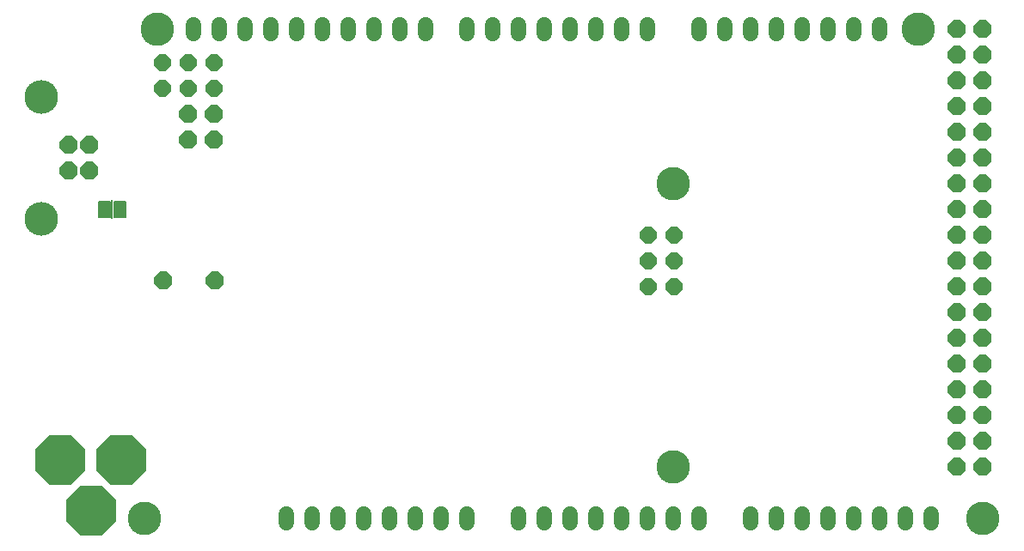
<source format=gbs>
G75*
G70*
%OFA0B0*%
%FSLAX24Y24*%
%IPPOS*%
%LPD*%
%AMOC8*
5,1,8,0,0,1.08239X$1,22.5*
%
%ADD10C,0.1300*%
%ADD11OC8,0.0650*%
%ADD12C,0.0600*%
%ADD13OC8,0.1940*%
%ADD14C,0.0867*%
%ADD15OC8,0.0700*%
%ADD16C,0.1306*%
%ADD17C,0.0050*%
%ADD18R,0.0060X0.0720*%
D10*
X013680Y001550D03*
X034180Y003550D03*
X046180Y001550D03*
X034180Y014550D03*
X043680Y020550D03*
X014180Y020550D03*
D11*
X014380Y019250D03*
X015380Y019250D03*
X016380Y019250D03*
X016380Y018250D03*
X015380Y018250D03*
X014380Y018250D03*
X033230Y012550D03*
X034230Y012550D03*
X034230Y011550D03*
X033230Y011550D03*
X033230Y010550D03*
X034230Y010550D03*
D12*
X034180Y001718D02*
X034180Y001382D01*
X035180Y001382D02*
X035180Y001718D01*
X037180Y001718D02*
X037180Y001382D01*
X038180Y001382D02*
X038180Y001718D01*
X039180Y001718D02*
X039180Y001382D01*
X040180Y001382D02*
X040180Y001718D01*
X041180Y001718D02*
X041180Y001382D01*
X042180Y001382D02*
X042180Y001718D01*
X043180Y001718D02*
X043180Y001382D01*
X044180Y001382D02*
X044180Y001718D01*
X033180Y001718D02*
X033180Y001382D01*
X032180Y001382D02*
X032180Y001718D01*
X031180Y001718D02*
X031180Y001382D01*
X030180Y001382D02*
X030180Y001718D01*
X029180Y001718D02*
X029180Y001382D01*
X028180Y001382D02*
X028180Y001718D01*
X026180Y001718D02*
X026180Y001382D01*
X025180Y001382D02*
X025180Y001718D01*
X024180Y001718D02*
X024180Y001382D01*
X023180Y001382D02*
X023180Y001718D01*
X022180Y001718D02*
X022180Y001382D01*
X021180Y001382D02*
X021180Y001718D01*
X020180Y001718D02*
X020180Y001382D01*
X019180Y001382D02*
X019180Y001718D01*
X019580Y020382D02*
X019580Y020718D01*
X020580Y020718D02*
X020580Y020382D01*
X021580Y020382D02*
X021580Y020718D01*
X022580Y020718D02*
X022580Y020382D01*
X023580Y020382D02*
X023580Y020718D01*
X024580Y020718D02*
X024580Y020382D01*
X026180Y020382D02*
X026180Y020718D01*
X027180Y020718D02*
X027180Y020382D01*
X028180Y020382D02*
X028180Y020718D01*
X029180Y020718D02*
X029180Y020382D01*
X030180Y020382D02*
X030180Y020718D01*
X031180Y020718D02*
X031180Y020382D01*
X032180Y020382D02*
X032180Y020718D01*
X033180Y020718D02*
X033180Y020382D01*
X035180Y020382D02*
X035180Y020718D01*
X036180Y020718D02*
X036180Y020382D01*
X037180Y020382D02*
X037180Y020718D01*
X038180Y020718D02*
X038180Y020382D01*
X039180Y020382D02*
X039180Y020718D01*
X040180Y020718D02*
X040180Y020382D01*
X041180Y020382D02*
X041180Y020718D01*
X042180Y020718D02*
X042180Y020382D01*
X018580Y020382D02*
X018580Y020718D01*
X017580Y020718D02*
X017580Y020382D01*
X016580Y020382D02*
X016580Y020718D01*
X015580Y020718D02*
X015580Y020382D01*
D13*
X012780Y003820D03*
X010420Y003820D03*
X011600Y001850D03*
D14*
X010420Y003520D03*
X010420Y004120D03*
X012780Y004120D03*
X012780Y003520D03*
X011900Y001850D03*
X011300Y001850D03*
D15*
X014430Y010800D03*
X016430Y010800D03*
X011534Y015058D03*
X010747Y015058D03*
X010747Y016042D03*
X011534Y016042D03*
X015380Y016250D03*
X016380Y016250D03*
X016380Y017250D03*
X015380Y017250D03*
X045180Y017550D03*
X046180Y017550D03*
X046180Y018550D03*
X045180Y018550D03*
X045180Y019550D03*
X046180Y019550D03*
X046180Y020550D03*
X045180Y020550D03*
X045180Y016550D03*
X046180Y016550D03*
X046180Y015550D03*
X045180Y015550D03*
X045180Y014550D03*
X046180Y014550D03*
X046180Y013550D03*
X045180Y013550D03*
X045180Y012550D03*
X046180Y012550D03*
X046180Y011550D03*
X045180Y011550D03*
X045180Y010550D03*
X046180Y010550D03*
X046180Y009550D03*
X045180Y009550D03*
X045180Y008550D03*
X046180Y008550D03*
X046180Y007550D03*
X045180Y007550D03*
X045180Y006550D03*
X046180Y006550D03*
X046180Y005550D03*
X045180Y005550D03*
X045180Y004550D03*
X046180Y004550D03*
X046180Y003550D03*
X045180Y003550D03*
D16*
X009680Y013188D03*
X009680Y017912D03*
D17*
X011905Y013240D02*
X012355Y013240D01*
X011905Y013240D02*
X011905Y013860D01*
X012355Y013860D01*
X012355Y013240D01*
X012355Y013289D02*
X011905Y013289D01*
X011905Y013338D02*
X012355Y013338D01*
X012355Y013387D02*
X011905Y013387D01*
X011905Y013436D02*
X012355Y013436D01*
X012355Y013485D02*
X011905Y013485D01*
X011905Y013534D02*
X012355Y013534D01*
X012355Y013583D02*
X011905Y013583D01*
X011905Y013632D02*
X012355Y013632D01*
X012355Y013681D02*
X011905Y013681D01*
X011905Y013730D02*
X012355Y013730D01*
X012355Y013779D02*
X011905Y013779D01*
X011905Y013828D02*
X012355Y013828D01*
X012505Y013240D02*
X012955Y013240D01*
X012505Y013240D02*
X012505Y013860D01*
X012955Y013860D01*
X012955Y013240D01*
X012955Y013289D02*
X012505Y013289D01*
X012505Y013338D02*
X012955Y013338D01*
X012955Y013387D02*
X012505Y013387D01*
X012505Y013436D02*
X012955Y013436D01*
X012955Y013485D02*
X012505Y013485D01*
X012505Y013534D02*
X012955Y013534D01*
X012955Y013583D02*
X012505Y013583D01*
X012505Y013632D02*
X012955Y013632D01*
X012955Y013681D02*
X012505Y013681D01*
X012505Y013730D02*
X012955Y013730D01*
X012955Y013779D02*
X012505Y013779D01*
X012505Y013828D02*
X012955Y013828D01*
D18*
X012430Y013550D03*
M02*

</source>
